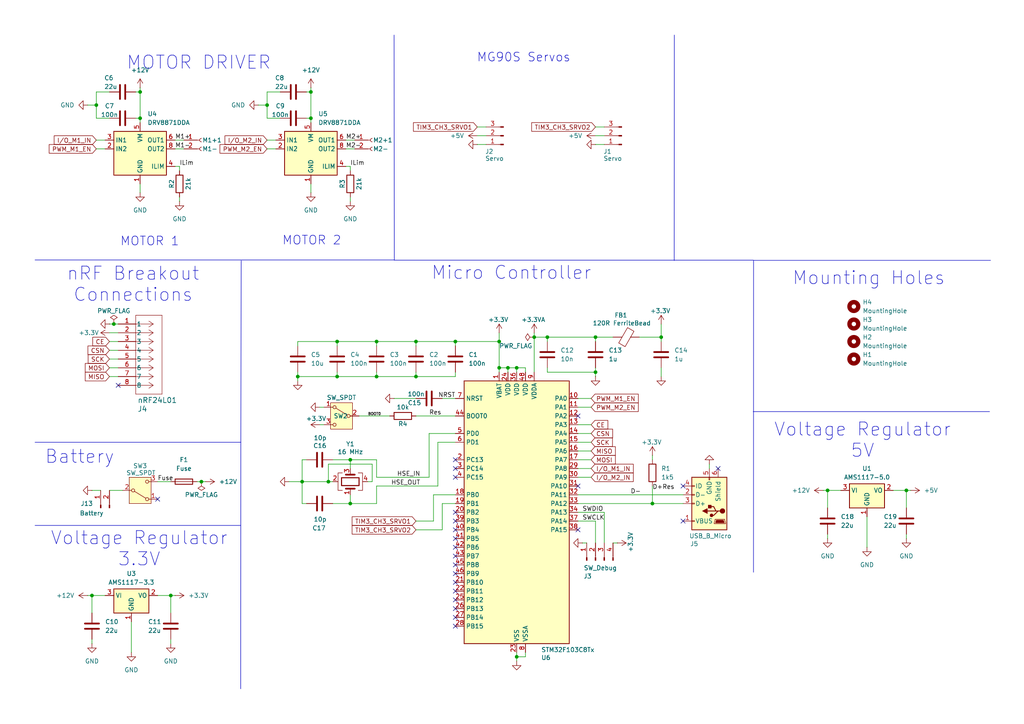
<source format=kicad_sch>
(kicad_sch (version 20250114) (generator "eeschema") (generator_version "9.0")
  (paper "A4")
  (lib_symbols
    (symbol "+12V_1" (power) (pin_numbers (hide yes)) (pin_names (offset 0) (hide yes))
      (property "Value" "+12V" (at 0 3.556 0))
      (symbol "+12V_1_1_1"
        (pin power_in line (at 0 0 90) (length 0) (name "~") (number "1"))
      )
    )
    (symbol "B8B-PHDSS:B8B-PHDSSLFSN" (pin_names (offset 0.254))
      (property "Reference" "J" (at 8.89 6.35 0))
      (property "Value" "B8B-PHDSSLFSN" (at 0 0 0))
      (symbol "B8B-PHDSSLFSN_1_1"
        (pin unspecified line (at 0 0 0) (length 5.08) (name "1") (number "1"))
        (pin unspecified line (at 0 -2.54 0) (length 5.08) (name "2") (number "2"))
        (pin unspecified line (at 0 -5.08 0) (length 5.08) (name "3") (number "3"))
        (pin unspecified line (at 0 -7.62 0) (length 5.08) (name "4") (number "4"))
        (pin unspecified line (at 0 -10.16 0) (length 5.08) (name "5") (number "5"))
        (pin unspecified line (at 0 -12.7 0) (length 5.08) (name "6") (number "6"))
        (pin unspecified line (at 0 -15.24 0) (length 5.08) (name "7") (number "7"))
        (pin unspecified line (at 0 -17.78 0) (length 5.08) (name "8") (number "8"))
      )
      (symbol "B8B-PHDSSLFSN_1_2"
        (pin unspecified line (at 0 0 0) (length 5.08) (name "1") (number "1"))
        (pin unspecified line (at 0 -2.54 0) (length 5.08) (name "2") (number "2"))
        (pin unspecified line (at 0 -5.08 0) (length 5.08) (name "3") (number "3"))
        (pin unspecified line (at 0 -7.62 0) (length 5.08) (name "4") (number "4"))
        (pin unspecified line (at 0 -10.16 0) (length 5.08) (name "5") (number "5"))
        (pin unspecified line (at 0 -12.7 0) (length 5.08) (name "6") (number "6"))
        (pin unspecified line (at 0 -15.24 0) (length 5.08) (name "7") (number "7"))
        (pin unspecified line (at 0 -17.78 0) (length 5.08) (name "8") (number "8"))
      )
    )
    (symbol "Connector:Conn_01x02_Pin" (pin_names (offset 1.016) (hide yes))
      (property "Reference" "J" (at 0 2.54 0))
      (property "Value" "Conn_01x02_Pin" (at 0 -5.08 0))
      (symbol "Conn_01x02_Pin_1_1"
        (pin passive line (at 5.08 0 180) (length 3.81) (name "Pin_1") (number "1"))
        (pin passive line (at 5.08 -2.54 180) (length 3.81) (name "Pin_2") (number "2"))
      )
    )
    (symbol "Connector:Conn_01x02_Socket" (pin_names (offset 1.016) (hide yes))
      (property "Reference" "J" (at 0 2.54 0))
      (property "Value" "Conn_01x02_Socket" (at 0 -5.08 0))
      (symbol "Conn_01x02_Socket_1_1"
        (pin passive line (at -5.08 0 0) (length 3.81) (name "Pin_1") (number "1"))
        (pin passive line (at -5.08 -2.54 0) (length 3.81) (name "Pin_2") (number "2"))
      )
    )
    (symbol "Connector:Conn_01x03_Pin" (pin_names (offset 1.016) (hide yes))
      (property "Reference" "J" (at 0 5.08 0))
      (property "Value" "Conn_01x03_Pin" (at 0 -5.08 0))
      (symbol "Conn_01x03_Pin_1_1"
        (pin passive line (at 5.08 2.54 180) (length 3.81) (name "Pin_1") (number "1"))
        (pin passive line (at 5.08 0 180) (length 3.81) (name "Pin_2") (number "2"))
        (pin passive line (at 5.08 -2.54 180) (length 3.81) (name "Pin_3") (number "3"))
      )
    )
    (symbol "Connector:Conn_01x04_Pin" (pin_names (offset 1.016) (hide yes))
      (property "Reference" "J" (at 0 5.08 0))
      (property "Value" "Conn_01x04_Pin" (at 0 -7.62 0))
      (symbol "Conn_01x04_Pin_1_1"
        (pin passive line (at 5.08 2.54 180) (length 3.81) (name "Pin_1") (number "1"))
        (pin passive line (at 5.08 0 180) (length 3.81) (name "Pin_2") (number "2"))
        (pin passive line (at 5.08 -2.54 180) (length 3.81) (name "Pin_3") (number "3"))
        (pin passive line (at 5.08 -5.08 180) (length 3.81) (name "Pin_4") (number "4"))
      )
    )
    (symbol "Connector:USB_B_Micro" (pin_names (offset 1.016))
      (property "Reference" "J" (at -5.08 11.43 0))
      (property "Value" "USB_B_Micro" (at -5.08 8.89 0))
      (symbol "USB_B_Micro_1_1"
        (pin passive line (at -2.54 -10.16 90) (length 2.54) (name "Shield") (number "6"))
        (pin power_out line (at 0 -10.16 90) (length 2.54) (name "GND") (number "5"))
        (pin power_out line (at 7.62 5.08 180) (length 2.54) (name "VBUS") (number "1"))
        (pin bidirectional line (at 7.62 0 180) (length 2.54) (name "D+") (number "3"))
        (pin bidirectional line (at 7.62 -2.54 180) (length 2.54) (name "D-") (number "2"))
        (pin passive line (at 7.62 -5.08 180) (length 2.54) (name "ID") (number "4"))
      )
    )
    (symbol "Device:C" (pin_numbers (hide yes)) (pin_names (offset 0.254))
      (property "Reference" "C" (at 0.635 2.54 0))
      (property "Value" "C" (at 0.635 -2.54 0))
      (symbol "C_1_1"
        (pin passive line (at 0 3.81 270) (length 2.794) (name "~") (number "1"))
        (pin passive line (at 0 -3.81 90) (length 2.794) (name "~") (number "2"))
      )
    )
    (symbol "Device:Crystal_GND24" (pin_names (offset 1.016) (hide yes))
      (property "Reference" "Y" (at 3.175 5.08 0))
      (property "Value" "Crystal_GND24" (at 3.175 3.175 0))
      (symbol "Crystal_GND24_1_1"
        (pin passive line (at -3.81 0 0) (length 1.27) (name "1") (number "1"))
        (pin passive line (at 0 5.08 270) (length 1.27) (name "2") (number "2"))
        (pin passive line (at 0 -5.08 90) (length 1.27) (name "4") (number "4"))
        (pin passive line (at 3.81 0 180) (length 1.27) (name "3") (number "3"))
      )
    )
    (symbol "Device:FerriteBead" (pin_numbers (hide yes)) (pin_names (offset 0))
      (property "Reference" "FB" (at -3.81 0.635 90))
      (property "Value" "FerriteBead" (at 3.81 0 90))
      (symbol "FerriteBead_1_1"
        (pin passive line (at 0 3.81 270) (length 2.54) (name "~") (number "1"))
        (pin passive line (at 0 -3.81 90) (length 2.54) (name "~") (number "2"))
      )
    )
    (symbol "Device:Fuse" (pin_numbers (hide yes)) (pin_names (offset 0))
      (property "Reference" "F" (at 2.032 0 90))
      (property "Value" "Fuse" (at -1.905 0 90))
      (symbol "Fuse_1_1"
        (pin passive line (at 0 3.81 270) (length 1.27) (name "~") (number "1"))
        (pin passive line (at 0 -3.81 90) (length 1.27) (name "~") (number "2"))
      )
    )
    (symbol "Device:R" (pin_numbers (hide yes)) (pin_names (offset 0))
      (property "Reference" "R" (at 2.032 0 90))
      (property "Value" "R" (at 0 0 90))
      (symbol "R_1_1"
        (pin passive line (at 0 3.81 270) (length 1.27) (name "~") (number "1"))
        (pin passive line (at 0 -3.81 90) (length 1.27) (name "~") (number "2"))
      )
    )
    (symbol "Driver_Motor:DRV8871DDA"
      (property "Reference" "U" (at -6.35 6.35 0))
      (property "Value" "DRV8871DDA" (at 8.89 6.35 0))
      (symbol "DRV8871DDA_1_1"
        (pin input line (at -10.16 2.54 0) (length 2.54) (name "IN1") (number "3"))
        (pin input line (at -10.16 0 0) (length 2.54) (name "IN2") (number "2"))
        (pin power_in line (at 0 7.62 270) (length 2.54) (name "VM") (number "5"))
        (pin power_in line (at 0 -10.16 90) (length 2.54) (name "GND") (number "1"))
        (pin passive line (at 0 -10.16 90) (length 2.54) (hide yes) (name "GND") (number "7"))
        (pin passive line (at 0 -10.16 90) (length 2.54) (hide yes) (name "GND") (number "9"))
        (pin output line (at 10.16 2.54 180) (length 2.54) (name "OUT1") (number "6"))
        (pin output line (at 10.16 0 180) (length 2.54) (name "OUT2") (number "8"))
        (pin passive line (at 10.16 -5.08 180) (length 2.54) (name "ILIM") (number "4"))
      )
    )
    (symbol "MCU_ST_STM32F1:STM32F103C8Tx"
      (property "Reference" "U" (at -15.24 39.37 0))
      (property "Value" "STM32F103C8Tx" (at 7.62 39.37 0))
      (symbol "STM32F103C8Tx_1_1"
        (pin input line (at -17.78 33.02 0) (length 2.54) (name "NRST") (number "7"))
        (pin input line (at -17.78 27.94 0) (length 2.54) (name "BOOT0") (number "44"))
        (pin bidirectional line (at -17.78 22.86 0) (length 2.54) (name "PD0") (number "5"))
        (pin bidirectional line (at -17.78 20.32 0) (length 2.54) (name "PD1") (number "6"))
        (pin bidirectional line (at -17.78 15.24 0) (length 2.54) (name "PC13") (number "2"))
        (pin bidirectional line (at -17.78 12.7 0) (length 2.54) (name "PC14") (number "3"))
        (pin bidirectional line (at -17.78 10.16 0) (length 2.54) (name "PC15") (number "4"))
        (pin bidirectional line (at -17.78 5.08 0) (length 2.54) (name "PB0") (number "18"))
        (pin bidirectional line (at -17.78 2.54 0) (length 2.54) (name "PB1") (number "19"))
        (pin bidirectional line (at -17.78 0 0) (length 2.54) (name "PB2") (number "20"))
        (pin bidirectional line (at -17.78 -2.54 0) (length 2.54) (name "PB3") (number "39"))
        (pin bidirectional line (at -17.78 -5.08 0) (length 2.54) (name "PB4") (number "40"))
        (pin bidirectional line (at -17.78 -7.62 0) (length 2.54) (name "PB5") (number "41"))
        (pin bidirectional line (at -17.78 -10.16 0) (length 2.54) (name "PB6") (number "42"))
        (pin bidirectional line (at -17.78 -12.7 0) (length 2.54) (name "PB7") (number "43"))
        (pin bidirectional line (at -17.78 -15.24 0) (length 2.54) (name "PB8") (number "45"))
        (pin bidirectional line (at -17.78 -17.78 0) (length 2.54) (name "PB9") (number "46"))
        (pin bidirectional line (at -17.78 -20.32 0) (length 2.54) (name "PB10") (number "21"))
        (pin bidirectional line (at -17.78 -22.86 0) (length 2.54) (name "PB11") (number "22"))
        (pin bidirectional line (at -17.78 -25.4 0) (length 2.54) (name "PB12") (number "25"))
        (pin bidirectional line (at -17.78 -27.94 0) (length 2.54) (name "PB13") (number "26"))
        (pin bidirectional line (at -17.78 -30.48 0) (length 2.54) (name "PB14") (number "27"))
        (pin bidirectional line (at -17.78 -33.02 0) (length 2.54) (name "PB15") (number "28"))
        (pin power_in line (at -5.08 40.64 270) (length 2.54) (name "VBAT") (number "1"))
        (pin power_in line (at -2.54 40.64 270) (length 2.54) (name "VDD") (number "24"))
        (pin power_in line (at 0 40.64 270) (length 2.54) (name "VDD") (number "36"))
        (pin power_in line (at 0 -40.64 90) (length 2.54) (name "VSS") (number "23"))
        (pin passive line (at 0 -40.64 90) (length 2.54) (hide yes) (name "VSS") (number "35"))
        (pin passive line (at 0 -40.64 90) (length 2.54) (hide yes) (name "VSS") (number "47"))
        (pin power_in line (at 2.54 40.64 270) (length 2.54) (name "VDD") (number "48"))
        (pin power_in line (at 2.54 -40.64 90) (length 2.54) (name "VSSA") (number "8"))
        (pin power_in line (at 5.08 40.64 270) (length 2.54) (name "VDDA") (number "9"))
        (pin bidirectional line (at 17.78 33.02 180) (length 2.54) (name "PA0") (number "10"))
        (pin bidirectional line (at 17.78 30.48 180) (length 2.54) (name "PA1") (number "11"))
        (pin bidirectional line (at 17.78 27.94 180) (length 2.54) (name "PA2") (number "12"))
        (pin bidirectional line (at 17.78 25.4 180) (length 2.54) (name "PA3") (number "13"))
        (pin bidirectional line (at 17.78 22.86 180) (length 2.54) (name "PA4") (number "14"))
        (pin bidirectional line (at 17.78 20.32 180) (length 2.54) (name "PA5") (number "15"))
        (pin bidirectional line (at 17.78 17.78 180) (length 2.54) (name "PA6") (number "16"))
        (pin bidirectional line (at 17.78 15.24 180) (length 2.54) (name "PA7") (number "17"))
        (pin bidirectional line (at 17.78 12.7 180) (length 2.54) (name "PA8") (number "29"))
        (pin bidirectional line (at 17.78 10.16 180) (length 2.54) (name "PA9") (number "30"))
        (pin bidirectional line (at 17.78 7.62 180) (length 2.54) (name "PA10") (number "31"))
        (pin bidirectional line (at 17.78 5.08 180) (length 2.54) (name "PA11") (number "32"))
        (pin bidirectional line (at 17.78 2.54 180) (length 2.54) (name "PA12") (number "33"))
        (pin bidirectional line (at 17.78 0 180) (length 2.54) (name "PA13") (number "34"))
        (pin bidirectional line (at 17.78 -2.54 180) (length 2.54) (name "PA14") (number "37"))
        (pin bidirectional line (at 17.78 -5.08 180) (length 2.54) (name "PA15") (number "38"))
      )
    )
    (symbol "Mechanical:MountingHole" (pin_names (offset 1.016)) (in_bom no)
      (property "Reference" "H" (at 0 5.08 0))
      (property "Value" "MountingHole" (at 0 3.175 0))
    )
    (symbol "Regulator_Linear:AMS1117-3.3"
      (property "Reference" "U" (at -3.81 3.175 0))
      (property "Value" "AMS1117-3.3" (at 0 3.175 0))
      (symbol "AMS1117-3.3_1_1"
        (pin power_in line (at -7.62 0 0) (length 2.54) (name "VI") (number "3"))
        (pin power_in line (at 0 -7.62 90) (length 2.54) (name "GND") (number "1"))
        (pin power_out line (at 7.62 0 180) (length 2.54) (name "VO") (number "2"))
      )
    )
    (symbol "Regulator_Linear:AMS1117-5.0"
      (property "Reference" "U" (at -3.81 3.175 0))
      (property "Value" "AMS1117-5.0" (at 0 3.175 0))
      (symbol "AMS1117-5.0_1_1"
        (pin power_in line (at -7.62 0 0) (length 2.54) (name "VI") (number "3"))
        (pin power_in line (at 0 -7.62 90) (length 2.54) (name "GND") (number "1"))
        (pin power_out line (at 7.62 0 180) (length 2.54) (name "VO") (number "2"))
      )
    )
    (symbol "Switch:SW_SPDT" (pin_names (offset 0) (hide yes))
      (property "Reference" "SW" (at 0 5.08 0))
      (property "Value" "SW_SPDT" (at 0 -5.08 0))
      (symbol "SW_SPDT_1_1"
        (pin passive line (at -5.08 0 0) (length 2.54) (name "B") (number "2"))
        (pin passive line (at 5.08 2.54 180) (length 2.54) (name "A") (number "1"))
        (pin passive line (at 5.08 -2.54 180) (length 2.54) (name "C") (number "3"))
      )
    )
    (symbol "power:+3.3V" (power) (pin_numbers (hide yes)) (pin_names (offset 0) (hide yes))
      (property "Value" "+3.3V" (at 0 3.556 0))
      (symbol "+3.3V_1_1"
        (pin power_in line (at 0 0 90) (length 0) (name "~") (number "1"))
      )
    )
    (symbol "power:+3V3" (power) (pin_numbers (hide yes)) (pin_names (offset 0) (hide yes))
      (property "Value" "+3V3" (at 0 3.556 0))
      (symbol "+3V3_1_1"
        (pin power_in line (at 0 0 90) (length 0) (name "~") (number "1"))
      )
    )
    (symbol "power:GND" (power) (pin_numbers (hide yes)) (pin_names (offset 0) (hide yes))
      (property "Value" "GND" (at 0 -3.81 0))
      (symbol "GND_1_1"
        (pin power_in line (at 0 0 270) (length 0) (name "~") (number "1"))
      )
    )
    (symbol "power:PWR_FLAG" (power) (pin_numbers (hide yes)) (pin_names (offset 0) (hide yes))
      (property "Value" "PWR_FLAG" (at 0 3.81 0))
      (symbol "PWR_FLAG_0_0"
        (pin power_out line (at 0 0 90) (length 0) (name "~") (number "1"))
      )
    )
  )
  (text "Voltage Regulator\n3.3V" (at 40.386 159.258 0) (effects (font (size 3.81 3.81))))
  (text "Micro Controller" (at 148.336 79.248 0) (effects (font (size 3.81 3.81))))
  (text "MG90S Servos" (at 151.892 16.764 0) (effects (font (size 2.54 2.54))))
  (text "Voltage Regulator\n5V" (at 250.19 127.762 0) (effects (font (size 3.81 3.81))))
  (text "MOTOR DRIVER" (at 57.658 18.288 0) (effects (font (size 3.81 3.81))))
  (text "nRF Breakout\nConnections" (at 38.608 82.55 0) (effects (font (size 3.81 3.81))))
  (text "MOTOR 2" (at 90.424 69.85 0) (effects (font (size 2.54 2.54))))
  (text "MOTOR 1" (at 43.434 70.104 0) (effects (font (size 2.54 2.54))))
  (text "Mounting Holes" (at 251.968 80.772 0) (effects (font (size 3.81 3.81))))
  (text "Battery" (at 23.114 132.588 0) (effects (font (size 3.81 3.81))))
  (junction (at 87.63 139.7))
  (junction (at 97.79 109.22))
  (junction (at 189.23 146.05))
  (junction (at 240.03 142.24))
  (junction (at 27.94 30.48))
  (junction (at 109.22 109.22))
  (junction (at 33.02 93.98))
  (junction (at 97.79 99.06))
  (junction (at 58.42 139.7))
  (junction (at 172.72 107.95))
  (junction (at 144.78 99.06))
  (junction (at 101.6 146.05))
  (junction (at 158.75 97.79))
  (junction (at 172.72 97.79))
  (junction (at 262.89 142.24))
  (junction (at 147.32 106.68))
  (junction (at 144.78 106.68))
  (junction (at 132.08 99.06))
  (junction (at 191.77 97.79))
  (junction (at 149.86 106.68))
  (junction (at 40.64 26.67))
  (junction (at 40.64 34.29))
  (junction (at 109.22 99.06))
  (junction (at 90.17 34.29))
  (junction (at 120.65 109.22))
  (junction (at 77.47 30.48))
  (junction (at 95.25 139.7))
  (junction (at 149.86 190.5))
  (junction (at 26.67 172.72))
  (junction (at 120.65 99.06))
  (junction (at 90.17 26.67))
  (junction (at 49.53 172.72))
  (junction (at 154.94 97.79))
  (junction (at 101.6 133.35))
  (junction (at 86.36 109.22))
  (no_connect (at 132.08 138.43))
  (no_connect (at 132.08 166.37))
  (no_connect (at 132.08 161.29))
  (no_connect (at 34.29 111.76))
  (no_connect (at 132.08 153.67))
  (no_connect (at 132.08 148.59))
  (no_connect (at 132.08 158.75))
  (no_connect (at 132.08 176.53))
  (no_connect (at 132.08 163.83))
  (no_connect (at 45.72 144.78))
  (no_connect (at 167.64 153.67))
  (no_connect (at 132.08 156.21))
  (no_connect (at 132.08 168.91))
  (no_connect (at 132.08 173.99))
  (no_connect (at 198.12 140.97))
  (no_connect (at 132.08 133.35))
  (no_connect (at 167.64 140.97))
  (no_connect (at 167.64 120.65))
  (no_connect (at 208.28 135.89))
  (no_connect (at 198.12 151.13))
  (no_connect (at 132.08 151.13))
  (no_connect (at 132.08 179.07))
  (no_connect (at 132.08 181.61))
  (no_connect (at 132.08 171.45))
  (no_connect (at 132.08 135.89))
  (wire (pts (xy 189.23 146.05) (xy 198.12 146.05)))
  (wire (pts (xy 31.75 104.14) (xy 34.29 104.14)))
  (wire (pts (xy 97.79 107.95) (xy 97.79 109.22)))
  (wire (pts (xy 149.86 190.5) (xy 149.86 191.77)))
  (wire (pts (xy 97.79 99.06) (xy 109.22 99.06)))
  (wire (pts (xy 144.78 106.68) (xy 147.32 106.68)))
  (wire (pts (xy 124.46 125.73) (xy 124.46 138.43)))
  (wire (pts (xy 101.6 133.35) (xy 101.6 135.89)))
  (wire (pts (xy 52.07 57.15) (xy 52.07 58.42)))
  (wire (pts (xy 149.86 106.68) (xy 149.86 107.95)))
  (wire (pts (xy 90.17 34.29) (xy 90.17 35.56)))
  (wire (pts (xy 144.78 106.68) (xy 144.78 107.95)))
  (wire (pts (xy 25.4 30.48) (xy 27.94 30.48)))
  (wire (pts (xy 40.64 34.29) (xy 40.64 35.56)))
  (wire (pts (xy 107.95 134.62) (xy 95.25 134.62)))
  (wire (pts (xy 128.27 146.05) (xy 132.08 146.05)))
  (wire (pts (xy 167.64 135.89) (xy 171.45 135.89)))
  (wire (pts (xy 25.4 172.72) (xy 26.67 172.72)))
  (wire (pts (xy 177.8 157.48) (xy 179.07 157.48)))
  (wire (pts (xy 58.42 139.7) (xy 57.15 139.7)))
  (wire (pts (xy 26.67 172.72) (xy 26.67 177.8)))
  (wire (pts (xy 152.4 190.5) (xy 149.86 190.5)))
  (wire (pts (xy 120.65 99.06) (xy 132.08 99.06)))
  (wire (pts (xy 95.25 134.62) (xy 95.25 139.7)))
  (wire (pts (xy 77.47 34.29) (xy 81.28 34.29)))
  (wire (pts (xy 87.63 139.7) (xy 95.25 139.7)))
  (wire (pts (xy 83.82 139.7) (xy 87.63 139.7)))
  (wire (pts (xy 167.64 151.13) (xy 172.72 151.13)))
  (wire (pts (xy 31.75 109.22) (xy 34.29 109.22)))
  (wire (pts (xy 147.32 106.68) (xy 149.86 106.68)))
  (wire (pts (xy 167.64 128.27) (xy 171.45 128.27)))
  (wire (pts (xy 127 128.27) (xy 132.08 128.27)))
  (wire (pts (xy 132.08 107.95) (xy 132.08 109.22)))
  (wire (pts (xy 114.3 115.57) (xy 120.65 115.57)))
  (wire (pts (xy 172.72 39.37) (xy 175.26 39.37)))
  (wire (pts (xy 77.47 40.64) (xy 80.01 40.64)))
  (wire (pts (xy 107.95 139.7) (xy 106.68 139.7)))
  (wire (pts (xy 167.64 133.35) (xy 171.45 133.35)))
  (wire (pts (xy 31.75 101.6) (xy 34.29 101.6)))
  (wire (pts (xy 154.94 96.52) (xy 154.94 97.79)))
  (wire (pts (xy 132.08 109.22) (xy 120.65 109.22)))
  (wire (pts (xy 152.4 189.23) (xy 152.4 190.5)))
  (wire (pts (xy 264.16 142.24) (xy 262.89 142.24)))
  (wire (pts (xy 26.67 142.24) (xy 29.21 142.24)))
  (wire (pts (xy 100.33 48.26) (xy 101.6 48.26)))
  (wire (pts (xy 259.08 142.24) (xy 262.89 142.24)))
  (wire (pts (xy 77.47 26.67) (xy 81.28 26.67)))
  (wire (pts (xy 90.17 53.34) (xy 90.17 55.88)))
  (wire (pts (xy 144.78 99.06) (xy 144.78 106.68)))
  (polyline (pts (xy 10.16 128.27) (xy 69.85 128.27)))
  (wire (pts (xy 77.47 30.48) (xy 77.47 34.29)))
  (wire (pts (xy 87.63 146.05) (xy 88.9 146.05)))
  (wire (pts (xy 86.36 109.22) (xy 86.36 110.49)))
  (wire (pts (xy 144.78 96.52) (xy 144.78 99.06)))
  (wire (pts (xy 167.64 130.81) (xy 171.45 130.81)))
  (polyline (pts (xy 218.44 119.38) (xy 287.02 119.38)))
  (wire (pts (xy 109.22 133.35) (xy 101.6 133.35)))
  (wire (pts (xy 262.89 142.24) (xy 262.89 147.32)))
  (wire (pts (xy 113.03 120.65) (xy 104.14 120.65)))
  (wire (pts (xy 189.23 132.08) (xy 189.23 133.35)))
  (wire (pts (xy 238.76 142.24) (xy 240.03 142.24)))
  (wire (pts (xy 40.64 25.4) (xy 40.64 26.67)))
  (wire (pts (xy 53.34 43.18) (xy 50.8 43.18)))
  (wire (pts (xy 77.47 43.18) (xy 80.01 43.18)))
  (wire (pts (xy 191.77 97.79) (xy 191.77 99.06)))
  (polyline (pts (xy 195.546 75.5741) (xy 195.58 10.16)))
  (wire (pts (xy 59.69 139.7) (xy 58.42 139.7)))
  (wire (pts (xy 27.94 26.67) (xy 31.75 26.67)))
  (wire (pts (xy 205.74 134.62) (xy 205.74 135.89)))
  (wire (pts (xy 152.4 106.68) (xy 152.4 107.95)))
  (wire (pts (xy 107.95 139.7) (xy 107.95 134.62)))
  (wire (pts (xy 147.32 106.68) (xy 147.32 107.95)))
  (wire (pts (xy 149.86 189.23) (xy 149.86 190.5)))
  (wire (pts (xy 240.03 142.24) (xy 240.03 147.32)))
  (wire (pts (xy 40.64 53.34) (xy 40.64 55.88)))
  (wire (pts (xy 33.02 93.98) (xy 34.29 93.98)))
  (wire (pts (xy 167.64 118.11) (xy 171.45 118.11)))
  (wire (pts (xy 167.64 123.19) (xy 171.45 123.19)))
  (wire (pts (xy 86.36 99.06) (xy 97.79 99.06)))
  (polyline (pts (xy 218.7261 75.5117) (xy 287.3061 75.5117)))
  (wire (pts (xy 95.25 139.7) (xy 96.52 139.7)))
  (wire (pts (xy 158.75 106.68) (xy 158.75 107.95)))
  (wire (pts (xy 88.9 34.29) (xy 90.17 34.29)))
  (wire (pts (xy 31.75 99.06) (xy 34.29 99.06)))
  (wire (pts (xy 125.73 143.51) (xy 125.73 151.13)))
  (wire (pts (xy 120.65 107.95) (xy 120.65 109.22)))
  (wire (pts (xy 167.64 143.51) (xy 198.12 143.51)))
  (wire (pts (xy 172.72 97.79) (xy 177.8 97.79)))
  (wire (pts (xy 97.79 109.22) (xy 86.36 109.22)))
  (polyline (pts (xy 69.85 128.27) (xy 69.9545 75.5996)))
  (wire (pts (xy 132.08 120.65) (xy 120.65 120.65)))
  (wire (pts (xy 189.23 140.97) (xy 189.23 146.05)))
  (wire (pts (xy 39.37 26.67) (xy 40.64 26.67)))
  (polyline (pts (xy 218.5435 165.9764) (xy 218.5651 75.4895)))
  (wire (pts (xy 87.63 133.35) (xy 88.9 133.35)))
  (wire (pts (xy 101.6 57.15) (xy 101.6 58.42)))
  (wire (pts (xy 172.72 99.06) (xy 172.72 97.79)))
  (wire (pts (xy 120.65 99.06) (xy 120.65 100.33)))
  (wire (pts (xy 96.52 133.35) (xy 101.6 133.35)))
  (wire (pts (xy 109.22 146.05) (xy 109.22 140.97)))
  (wire (pts (xy 102.87 43.18) (xy 100.33 43.18)))
  (polyline (pts (xy 10.16 75.4031) (xy 114.3626 75.4031)))
  (wire (pts (xy 167.64 125.73) (xy 171.45 125.73)))
  (wire (pts (xy 167.64 148.59) (xy 175.26 148.59)))
  (wire (pts (xy 86.36 107.95) (xy 86.36 109.22)))
  (wire (pts (xy 191.77 93.98) (xy 191.77 97.79)))
  (wire (pts (xy 120.65 153.67) (xy 128.27 153.67)))
  (wire (pts (xy 27.94 43.18) (xy 30.48 43.18)))
  (wire (pts (xy 109.22 138.43) (xy 124.46 138.43)))
  (wire (pts (xy 132.08 99.06) (xy 132.08 100.33)))
  (wire (pts (xy 50.8 48.26) (xy 52.07 48.26)))
  (wire (pts (xy 158.75 97.79) (xy 154.94 97.79)))
  (wire (pts (xy 27.94 26.67) (xy 27.94 30.48)))
  (wire (pts (xy 251.46 149.86) (xy 251.46 158.75)))
  (wire (pts (xy 40.64 26.67) (xy 40.64 34.29)))
  (polyline (pts (xy 114.3538 75.4577) (xy 218.5564 75.4577)))
  (wire (pts (xy 125.73 151.13) (xy 120.65 151.13)))
  (wire (pts (xy 87.63 139.7) (xy 87.63 146.05)))
  (wire (pts (xy 45.72 172.72) (xy 49.53 172.72)))
  (polyline (pts (xy 114.3626 75.4031) (xy 114.3 10.16)))
  (wire (pts (xy 132.08 143.51) (xy 125.73 143.51)))
  (wire (pts (xy 74.93 30.48) (xy 77.47 30.48)))
  (wire (pts (xy 158.75 107.95) (xy 172.72 107.95)))
  (wire (pts (xy 26.67 186.69) (xy 26.67 185.42)))
  (wire (pts (xy 39.37 34.29) (xy 40.64 34.29)))
  (wire (pts (xy 26.67 172.72) (xy 30.48 172.72)))
  (wire (pts (xy 49.53 172.72) (xy 49.53 177.8)))
  (wire (pts (xy 128.27 115.57) (xy 132.08 115.57)))
  (wire (pts (xy 31.75 93.98) (xy 33.02 93.98)))
  (wire (pts (xy 262.89 156.21) (xy 262.89 154.94)))
  (wire (pts (xy 240.03 156.21) (xy 240.03 154.94)))
  (wire (pts (xy 96.52 146.05) (xy 101.6 146.05)))
  (wire (pts (xy 35.56 142.24) (xy 31.75 142.24)))
  (wire (pts (xy 77.47 26.67) (xy 77.47 30.48)))
  (wire (pts (xy 27.94 40.64) (xy 30.48 40.64)))
  (wire (pts (xy 102.87 40.64) (xy 100.33 40.64)))
  (wire (pts (xy 87.63 133.35) (xy 87.63 139.7)))
  (wire (pts (xy 132.08 99.06) (xy 144.78 99.06)))
  (wire (pts (xy 101.6 48.26) (xy 101.6 49.53)))
  (wire (pts (xy 88.9 26.67) (xy 90.17 26.67)))
  (wire (pts (xy 109.22 99.06) (xy 120.65 99.06)))
  (wire (pts (xy 86.36 100.33) (xy 86.36 99.06)))
  (wire (pts (xy 90.17 26.67) (xy 90.17 34.29)))
  (wire (pts (xy 31.75 106.68) (xy 34.29 106.68)))
  (wire (pts (xy 138.43 39.37) (xy 140.97 39.37)))
  (wire (pts (xy 109.22 99.06) (xy 109.22 100.33)))
  (wire (pts (xy 101.6 146.05) (xy 109.22 146.05)))
  (wire (pts (xy 49.53 139.7) (xy 45.72 139.7)))
  (wire (pts (xy 167.64 146.05) (xy 189.23 146.05)))
  (wire (pts (xy 170.18 157.48) (xy 168.91 157.48)))
  (wire (pts (xy 175.26 148.59) (xy 175.26 157.48)))
  (wire (pts (xy 191.77 106.68) (xy 191.77 109.22)))
  (wire (pts (xy 138.43 36.83) (xy 140.97 36.83)))
  (wire (pts (xy 158.75 97.79) (xy 158.75 99.06)))
  (wire (pts (xy 154.94 97.79) (xy 154.94 107.95)))
  (wire (pts (xy 172.72 151.13) (xy 172.72 157.48)))
  (wire (pts (xy 172.72 36.83) (xy 175.26 36.83)))
  (wire (pts (xy 52.07 48.26) (xy 52.07 49.53)))
  (wire (pts (xy 53.34 40.64) (xy 50.8 40.64)))
  (wire (pts (xy 167.64 138.43) (xy 171.45 138.43)))
  (wire (pts (xy 92.71 118.11) (xy 93.98 118.11)))
  (wire (pts (xy 27.94 30.48) (xy 27.94 34.29)))
  (wire (pts (xy 128.27 153.67) (xy 128.27 146.05)))
  (wire (pts (xy 90.17 25.4) (xy 90.17 26.67)))
  (wire (pts (xy 167.64 115.57) (xy 171.45 115.57)))
  (wire (pts (xy 172.72 97.79) (xy 158.75 97.79)))
  (wire (pts (xy 172.72 107.95) (xy 172.72 109.22)))
  (wire (pts (xy 172.72 107.95) (xy 172.72 106.68)))
  (wire (pts (xy 109.22 138.43) (xy 109.22 133.35)))
  (wire (pts (xy 132.08 125.73) (xy 124.46 125.73)))
  (wire (pts (xy 101.6 143.51) (xy 101.6 146.05)))
  (wire (pts (xy 240.03 142.24) (xy 243.84 142.24)))
  (wire (pts (xy 172.72 41.91) (xy 175.26 41.91)))
  (polyline (pts (xy 69.814 199.7826) (xy 69.85 128.27)))
  (wire (pts (xy 97.79 99.06) (xy 97.79 100.33)))
  (wire (pts (xy 127 140.97) (xy 127 128.27)))
  (wire (pts (xy 109.22 109.22) (xy 97.79 109.22)))
  (wire (pts (xy 185.42 97.79) (xy 191.77 97.79)))
  (wire (pts (xy 109.22 140.97) (xy 127 140.97)))
  (wire (pts (xy 49.53 186.69) (xy 49.53 185.42)))
  (wire (pts (xy 92.71 123.19) (xy 93.98 123.19)))
  (wire (pts (xy 120.65 109.22) (xy 109.22 109.22)))
  (wire (pts (xy 31.75 96.52) (xy 34.29 96.52)))
  (wire (pts (xy 109.22 107.95) (xy 109.22 109.22)))
  (wire (pts (xy 50.8 172.72) (xy 49.53 172.72)))
  (polyline (pts (xy 10.16 152.4) (xy 69.85 152.4)))
  (wire (pts (xy 149.86 106.68) (xy 152.4 106.68)))
  (wire (pts (xy 27.94 34.29) (xy 31.75 34.29)))
  (wire (pts (xy 138.43 41.91) (xy 140.97 41.91)))
  (wire (pts (xy 38.1 180.34) (xy 38.1 189.23)))
  (label "SWDIO" (at 168.91 148.59 0))
  (label "BOOT0" (at 106.68 120.65 0) (effects (font (size 0.762 0.762))))
  (label "Res" (at 124.46 120.65 0))
  (label "M1+" (at 50.8 40.64 0))
  (label "SWCLK" (at 168.91 151.13 0))
  (label "M2+" (at 100.33 40.64 0))
  (label "ILim" (at 101.6 48.26 0))
  (label "NRST" (at 132.08 115.57 180))
  (label "ILim" (at 52.07 48.26 0))
  (label "M2-" (at 100.33 43.18 0))
  (label "Fuse" (at 45.72 139.7 0))
  (label "M1-" (at 50.8 43.18 0))
  (label "HSE_OUT" (at 121.92 140.97 180))
  (label "HSE_IN" (at 121.92 138.43 180))
  (label "D-" (at 182.88 143.51 0))
  (label "D+Res" (at 189.23 142.24 0))
  (global_label "MOSI" (shape input) (at 171.45 133.35 0) (property "Intersheetrefs" "${INTERSHEET_REFS}" (effects (hide yes))))
  (global_label "SCK" (shape input) (at 31.75 104.14 180) (property "Intersheetrefs" "${INTERSHEET_REFS}" (effects (hide yes))))
  (global_label "PWM_M2_EN" (shape input) (at 77.47 43.18 180) (property "Intersheetrefs" "${INTERSHEET_REFS}" (effects (hide yes))))
  (global_label "I{slash}O_M2_IN" (shape input) (at 171.45 138.43 0) (property "Intersheetrefs" "${INTERSHEET_REFS}" (effects (hide yes))))
  (global_label "TIM3_CH3_SRVO2" (shape input) (at 120.65 153.67 180) (property "Intersheetrefs" "${INTERSHEET_REFS}" (effects (hide yes))))
  (global_label "I{slash}O_M1_IN" (shape input) (at 171.45 135.89 0) (property "Intersheetrefs" "${INTERSHEET_REFS}" (effects (hide yes))))
  (global_label "I{slash}O_M1_IN" (shape input) (at 27.94 40.64 180) (property "Intersheetrefs" "${INTERSHEET_REFS}" (effects (hide yes))))
  (global_label "TIM3_CH3_SRVO1" (shape input) (at 120.65 151.13 180) (property "Intersheetrefs" "${INTERSHEET_REFS}" (effects (hide yes))))
  (global_label "PWM_M1_EN" (shape input) (at 27.94 43.18 180) (property "Intersheetrefs" "${INTERSHEET_REFS}" (effects (hide yes))))
  (global_label "MOSI" (shape input) (at 31.75 106.68 180) (property "Intersheetrefs" "${INTERSHEET_REFS}" (effects (hide yes))))
  (global_label "CSN" (shape input) (at 171.45 125.73 0) (property "Intersheetrefs" "${INTERSHEET_REFS}" (effects (hide yes))))
  (global_label "SCK" (shape input) (at 171.45 128.27 0) (property "Intersheetrefs" "${INTERSHEET_REFS}" (effects (hide yes))))
  (global_label "TIM3_CH3_SRVO2" (shape input) (at 172.72 36.83 180) (property "Intersheetrefs" "${INTERSHEET_REFS}" (effects (hide yes))))
  (global_label "CE" (shape input) (at 31.75 99.06 180) (property "Intersheetrefs" "${INTERSHEET_REFS}" (effects (hide yes))))
  (global_label "MISO" (shape input) (at 171.45 130.81 0) (property "Intersheetrefs" "${INTERSHEET_REFS}" (effects (hide yes))))
  (global_label "TIM3_CH3_SRVO1" (shape input) (at 138.43 36.83 180) (property "Intersheetrefs" "${INTERSHEET_REFS}" (effects (hide yes))))
  (global_label "MISO" (shape input) (at 31.75 109.22 180) (property "Intersheetrefs" "${INTERSHEET_REFS}" (effects (hide yes))))
  (global_label "CSN" (shape input) (at 31.75 101.6 180) (property "Intersheetrefs" "${INTERSHEET_REFS}" (effects (hide yes))))
  (global_label "CE" (shape input) (at 171.45 123.19 0) (property "Intersheetrefs" "${INTERSHEET_REFS}" (effects (hide yes))))
  (global_label "PWM_M2_EN" (shape input) (at 171.45 118.11 0) (property "Intersheetrefs" "${INTERSHEET_REFS}" (effects (hide yes))))
  (global_label "PWM_M1_EN" (shape input) (at 171.45 115.57 0) (property "Intersheetrefs" "${INTERSHEET_REFS}" (effects (hide yes))))
  (global_label "I{slash}O_M2_IN" (shape input) (at 77.47 40.64 180) (property "Intersheetrefs" "${INTERSHEET_REFS}" (effects (hide yes))))
  (symbol (lib_id "Device:C") (at 86.36 104.14 0) (unit 1)
    (property "Reference" "C5" (at 90.17 102.8699 0) (effects (justify left)))
    (property "Value" "10u" (at 90.17 105.4099 0) (effects (justify left)))
    (property "Footprint" "Capacitor_SMD:C_0603_1608Metric" (effects (hide yes)))
    (property "Description" "Unpolarized capacitor" (effects (hide yes)))
  )
  (symbol (lib_id "Device:Fuse") (at 53.34 139.7 90) (unit 1)
    (property "Reference" "F1" (at 53.34 133.35 90))
    (property "Value" "Fuse" (at 53.34 135.89 90))
    (property "Footprint" "Fuse:Fuse_0603_1608Metric" (effects (hide yes)))
    (property "Description" "Fuse" (effects (hide yes)))
  )
  (symbol (lib_id "power:+3.3V") (at 191.77 93.98 0) (unit 1)
    (property "Reference" "#PWR028" (effects (hide yes)))
    (property "Value" "+3.3V" (at 191.516 90.17 0))
    (property "Description" "Power symbol creates a global label with name \"+3.3V\"" (effects (hide yes)))
  )
  (symbol (lib_id "power:PWR_FLAG") (at 154.94 97.79 90) (unit 1)
    (property "Reference" "#FLG02" (effects (hide yes)))
    (property "Value" "PWR_FLAG" (at 154.432 100.33 90) (effects (justify left)))
    (property "Description" "Special symbol for telling ERC where power comes from" (effects (hide yes)))
  )
  (symbol (lib_id "Connector:Conn_01x02_Pin") (at 29.21 147.32 90) (unit 1)
    (property "Reference" "J13" (at 23.368 146.05 90) (effects (justify right)))
    (property "Value" "Battery" (at 23.114 148.844 90) (effects (justify right)))
    (property "Footprint" "Connector_AMASS:AMASS_XT30U-F_1x02_P5.0mm_Vertical" (effects (hide yes)))
    (property "Description" "Generic connector, single row, 01x02, script generated" (effects (hide yes)))
  )
  (symbol (lib_id "B8B-PHDSS:B8B-PHDSSLFSN") (at 34.29 93.98 0) (unit 1)
    (property "Reference" "J4" (at 39.878 118.618 0) (effects (font (size 1.524 1.524)) (justify left)))
    (property "Value" "nRF24L01" (at 39.878 116.078 0) (effects (font (size 1.524 1.524)) (justify left)))
    (property "Footprint" "JSTConnectors:CONN_B8B-PHDSS_JST" (effects (hide yes)))
    (property "Datasheet" "B8B-PHDSSLFSN" (effects (hide yes)))
  )
  (symbol (lib_id "power:GND") (at 168.91 157.48 270) (unit 1)
    (property "Reference" "#PWR035" (effects (hide yes)))
    (property "Value" "GND" (effects (hide yes)))
    (property "Description" "Power symbol creates a global label with name \"GND\" , ground" (effects (hide yes)))
  )
  (symbol (lib_id "power:GND") (at 149.86 191.77 0) (unit 1)
    (property "Reference" "#PWR013" (effects (hide yes)))
    (property "Value" "GND" (effects (hide yes)))
    (property "Description" "Power symbol creates a global label with name \"GND\" , ground" (effects (hide yes)))
  )
  (symbol (lib_id "power:+3.3V") (at 92.71 123.19 90) (unit 1)
    (property "Reference" "#PWR012" (effects (hide yes)))
    (property "Value" "+3.3V" (at 91.694 121.412 90))
    (property "Description" "Power symbol creates a global label with name \"+3.3V\"" (effects (hide yes)))
  )
  (symbol (lib_id "power:PWR_FLAG") (at 58.42 139.7 180) (unit 1)
    (property "Reference" "#FLG01" (effects (hide yes)))
    (property "Value" "PWR_FLAG" (at 58.42 143.51 0))
    (property "Description" "Special symbol for telling ERC where power comes from" (effects (hide yes)))
  )
  (symbol (lib_id "Device:C") (at 240.03 151.13 0) (unit 1)
    (property "Reference" "C18" (at 243.84 149.8599 0) (effects (justify left)))
    (property "Value" "22u" (at 243.84 152.3999 0) (effects (justify left)))
    (property "Footprint" "Capacitor_SMD:C_0603_1608Metric" (effects (hide yes)))
    (property "Description" "Unpolarized capacitor" (effects (hide yes)))
  )
  (symbol (lib_id "Device:R") (at 116.84 120.65 90) (mirror x) (unit 1)
    (property "Reference" "R4" (at 116.84 122.936 90))
    (property "Value" "10k" (at 116.84 118.11 90))
    (property "Footprint" "Resistor_SMD:R_0603_1608Metric" (effects (hide yes)))
    (property "Description" "Resistor" (effects (hide yes)))
  )
  (symbol (lib_id "power:GND") (at 114.3 115.57 270) (unit 1)
    (property "Reference" "#PWR014" (effects (hide yes)))
    (property "Value" "GND" (effects (hide yes)))
    (property "Description" "Power symbol creates a global label with name \"GND\" , ground" (effects (hide yes)))
  )
  (symbol (lib_id "Device:C") (at 92.71 133.35 90) (unit 1)
    (property "Reference" "C16" (at 94.742 129.286 90) (effects (justify left)))
    (property "Value" "10p" (at 94.742 127 90) (effects (justify left)))
    (property "Footprint" "Capacitor_SMD:C_0402_1005Metric" (effects (hide yes)))
    (property "Description" "Unpolarized capacitor" (effects (hide yes)))
  )
  (symbol (lib_id "power:GND") (at 205.74 134.62 180) (unit 1)
    (property "Reference" "#PWR039" (effects (hide yes)))
    (property "Value" "GND" (effects (hide yes)))
    (property "Description" "Power symbol creates a global label with name \"GND\" , ground" (effects (hide yes)))
  )
  (symbol (lib_name "+12V_1") (lib_id "power:+12V") (at 59.69 139.7 270) (unit 1)
    (property "Reference" "#PWR021" (effects (hide yes)))
    (property "Value" "+12V" (at 63.5 139.6999 90) (effects (justify left)))
    (property "Description" "Power symbol creates a global label with name \"+12V\"" (effects (hide yes)))
  )
  (symbol (lib_name "+12V_1") (lib_id "power:+12V") (at 40.64 25.4 0) (unit 1)
    (property "Reference" "#PWR05" (effects (hide yes)))
    (property "Value" "+12V" (at 40.64 20.32 0))
    (property "Description" "Power symbol creates a global label with name \"+12V\"" (effects (hide yes)))
  )
  (symbol (lib_id "power:GND") (at 40.64 55.88 0) (unit 1)
    (property "Reference" "#PWR04" (effects (hide yes)))
    (property "Value" "GND" (at 40.64 60.96 0))
    (property "Description" "Power symbol creates a global label with name \"GND\" , ground" (effects (hide yes)))
  )
  (symbol (lib_id "power:GND") (at 92.71 118.11 270) (unit 1)
    (property "Reference" "#PWR08" (effects (hide yes)))
    (property "Value" "GND" (effects (hide yes)))
    (property "Description" "Power symbol creates a global label with name \"GND\" , ground" (effects (hide yes)))
  )
  (symbol (lib_id "Mechanical:MountingHole") (at 247.65 93.98 0) (unit 1) (in_bom no)
    (property "Reference" "H3" (at 250.19 92.7099 0) (effects (justify left)))
    (property "Value" "MountingHole" (at 250.19 95.2499 0) (effects (justify left)))
    (property "Footprint" "MountingHole:MountingHole_3mm" (effects (hide yes)))
    (property "Description" "Mounting Hole without connection" (effects (hide yes)))
  )
  (symbol (lib_id "power:PWR_FLAG") (at 33.02 93.98 0) (unit 1)
    (property "Reference" "#FLG03" (effects (hide yes)))
    (property "Value" "PWR_FLAG" (at 33.02 90.17 0))
    (property "Description" "Special symbol for telling ERC where power comes from" (effects (hide yes)))
  )
  (symbol (lib_id "power:GND") (at 191.77 109.22 0) (unit 1)
    (property "Reference" "#PWR029" (effects (hide yes)))
    (property "Value" "GND" (effects (hide yes)))
    (property "Description" "Power symbol creates a global label with name \"GND\" , ground" (effects (hide yes)))
  )
  (symbol (lib_id "power:GND") (at 52.07 58.42 0) (unit 1)
    (property "Reference" "#PWR018" (effects (hide yes)))
    (property "Value" "GND" (at 52.07 63.5 0))
    (property "Description" "Power symbol creates a global label with name \"GND\" , ground" (effects (hide yes)))
  )
  (symbol (lib_id "power:GND") (at 90.17 55.88 0) (unit 1)
    (property "Reference" "#PWR07" (effects (hide yes)))
    (property "Value" "GND" (at 90.17 60.96 0))
    (property "Description" "Power symbol creates a global label with name \"GND\" , ground" (effects (hide yes)))
  )
  (symbol (lib_id "Device:R") (at 52.07 53.34 180) (unit 1)
    (property "Reference" "R2" (at 49.784 53.34 90))
    (property "Value" "21k" (at 54.61 53.34 90))
    (property "Footprint" "Resistor_SMD:R_0603_1608Metric" (effects (hide yes)))
    (property "Description" "Resistor" (effects (hide yes)))
  )
  (symbol (lib_id "Mechanical:MountingHole") (at 247.65 99.06 0) (unit 1) (in_bom no)
    (property "Reference" "H2" (at 250.19 97.7899 0) (effects (justify left)))
    (property "Value" "MountingHole" (at 250.19 100.3299 0) (effects (justify left)))
    (property "Footprint" "MountingHole:MountingHole_3mm" (effects (hide yes)))
    (property "Description" "Mounting Hole without connection" (effects (hide yes)))
  )
  (symbol (lib_name "+12V_1") (lib_id "power:+12V") (at 31.75 96.52 90) (unit 1)
    (property "Reference" "#PWR01" (effects (hide yes)))
    (property "Value" "+3.3V" (at 28.702 96.52 90) (effects (justify left)))
    (property "Description" "Power symbol creates a global label with name \"+12V\"" (effects (hide yes)))
  )
  (symbol (lib_id "power:+3V3") (at 50.8 172.72 270) (unit 1)
    (property "Reference" "#PWR017" (effects (hide yes)))
    (property "Value" "+3.3V" (at 54.61 172.7199 90) (effects (justify left)))
    (property "Description" "Power symbol creates a global label with name \"+3V3\"" (effects (hide yes)))
  )
  (symbol (lib_id "Connector:Conn_01x04_Pin") (at 172.72 162.56 90) (unit 1)
    (property "Reference" "J3" (at 170.434 167.132 90))
    (property "Value" "SW_Debug" (at 174.117 164.719 90))
    (property "Footprint" "Connector_JST:JST_XH_B4B-XH-A_1x04_P2.50mm_Vertical" (effects (hide yes)))
    (property "Description" "Generic connector, single row, 01x04, script generated" (effects (hide yes)))
  )
  (symbol (lib_id "power:GND") (at 38.1 189.23 0) (unit 1)
    (property "Reference" "#PWR015" (effects (hide yes)))
    (property "Value" "GND" (at 38.1 194.31 0))
    (property "Description" "Power symbol creates a global label with name \"GND\" , ground" (effects (hide yes)))
  )
  (symbol (lib_id "power:GND") (at 251.46 158.75 0) (unit 1)
    (property "Reference" "#PWR026" (effects (hide yes)))
    (property "Value" "GND" (at 251.46 163.83 0))
    (property "Description" "Power symbol creates a global label with name \"GND\" , ground" (effects (hide yes)))
  )
  (symbol (lib_id "MCU_ST_STM32F1:STM32F103C8Tx") (at 149.86 148.59 0) (unit 1)
    (property "Reference" "U6" (at 156.972 190.754 0) (effects (justify left)))
    (property "Value" "STM32F103C8Tx" (at 156.972 188.468 0) (effects (justify left)))
    (property "Footprint" "Package_QFP:LQFP-48_7x7mm_P0.5mm" (effects (hide yes)))
    (property "Datasheet" "https://www.st.com/resource/en/datasheet/stm32f103c8.pdf" (effects (hide yes)))
    (property "Description" "STMicroelectronics Arm Cortex-M3 MCU, 64KB flash, 20KB RAM, 72 MHz, 2.0-3.6V, 37 GPIO, LQFP48" (effects (hide yes)))
  )
  (symbol (lib_id "power:GND") (at 262.89 156.21 0) (unit 1)
    (property "Reference" "#PWR030" (effects (hide yes)))
    (property "Value" "GND" (at 262.89 161.29 0))
    (property "Description" "Power symbol creates a global label with name \"GND\" , ground" (effects (hide yes)))
  )
  (symbol (lib_id "power:+3.3V") (at 179.07 157.48 270) (unit 1)
    (property "Reference" "#PWR034" (effects (hide yes)))
    (property "Value" "+3.3V" (at 182.88 157.226 0))
    (property "Description" "Power symbol creates a global label with name \"+3.3V\"" (effects (hide yes)))
  )
  (symbol (lib_id "power:+3.3V") (at 154.94 96.52 0) (unit 1)
    (property "Reference" "#PWR09" (effects (hide yes)))
    (property "Value" "+3.3VA" (at 154.686 92.71 0))
    (property "Description" "Power symbol creates a global label with name \"+3.3V\"" (effects (hide yes)))
  )
  (symbol (lib_id "Mechanical:MountingHole") (at 247.65 88.9 0) (unit 1) (in_bom no)
    (property "Reference" "H4" (at 250.19 87.6299 0) (effects (justify left)))
    (property "Value" "MountingHole" (at 250.19 90.1699 0) (effects (justify left)))
    (property "Footprint" "MountingHole:MountingHole_3mm" (effects (hide yes)))
    (property "Description" "Mounting Hole without connection" (effects (hide yes)))
  )
  (symbol (lib_id "Device:C") (at 132.08 104.14 0) (unit 1)
    (property "Reference" "C1" (at 135.89 102.8699 0) (effects (justify left)))
    (property "Value" "100n" (at 135.89 105.4099 0) (effects (justify left)))
    (property "Footprint" "Capacitor_SMD:C_0402_1005Metric" (effects (hide yes)))
    (property "Description" "Unpolarized capacitor" (effects (hide yes)))
  )
  (symbol (lib_id "Device:C") (at 109.22 104.14 0) (unit 1)
    (property "Reference" "C3" (at 113.03 102.8699 0) (effects (justify left)))
    (property "Value" "100n" (at 113.03 105.4099 0) (effects (justify left)))
    (property "Footprint" "Capacitor_SMD:C_0402_1005Metric" (effects (hide yes)))
    (property "Description" "Unpolarized capacitor" (effects (hide yes)))
  )
  (symbol (lib_id "Device:C") (at 172.72 102.87 0) (unit 1)
    (property "Reference" "C13" (at 176.53 101.5999 0) (effects (justify left)))
    (property "Value" "1u" (at 176.53 104.1399 0) (effects (justify left)))
    (property "Footprint" "Capacitor_SMD:C_0603_1608Metric" (effects (hide yes)))
    (property "Description" "Unpolarized capacitor" (effects (hide yes)))
  )
  (symbol (lib_id "Device:FerriteBead") (at 181.61 97.79 270) (unit 1)
    (property "Reference" "FB1" (at 180.086 91.44 90))
    (property "Value" "120R FerriteBead" (at 180.34 93.726 90))
    (property "Footprint" "Zesti:BEADC1608X95N" (effects (hide yes)))
    (property "Description" "Ferrite bead" (effects (hide yes)))
  )
  (symbol (lib_id "Device:R") (at 101.6 53.34 180) (unit 1)
    (property "Reference" "R3" (at 99.314 53.34 90))
    (property "Value" "21k" (at 104.14 53.34 90))
    (property "Footprint" "Resistor_SMD:R_0603_1608Metric" (effects (hide yes)))
    (property "Description" "Resistor" (effects (hide yes)))
  )
  (symbol (lib_name "+12V_1") (lib_id "power:+12V") (at 25.4 172.72 90) (unit 1)
    (property "Reference" "#PWR022" (effects (hide yes)))
    (property "Value" "+12V" (at 21.59 172.7199 90) (effects (justify left)))
    (property "Description" "Power symbol creates a global label with name \"+12V\"" (effects (hide yes)))
  )
  (symbol (lib_id "Driver_Motor:DRV8871DDA") (at 90.17 43.18 0) (unit 1)
    (property "Reference" "U5" (at 92.3133 33.02 0) (effects (justify left)))
    (property "Value" "DRV8871DDA" (at 92.3133 35.56 0) (effects (justify left)))
    (property "Footprint" "Package_SO:Texas_HTSOP-8-1EP_3.9x4.9mm_P1.27mm_EP2.95x4.9mm_Mask2.4x3.1mm_ThermalVias" (effects (hide yes)))
    (property "Datasheet" "http://www.ti.com/lit/ds/symlink/drv8871.pdf" (effects (hide yes)))
    (property "Description" "Brushed DC Motor Driver, PWM Control, 45V, 3.6A, Current limiting, HTSOP-8" (effects (hide yes)))
  )
  (symbol (lib_id "Device:C") (at 120.65 104.14 0) (unit 1)
    (property "Reference" "C2" (at 124.46 102.8699 0) (effects (justify left)))
    (property "Value" "100n" (at 124.46 105.4099 0) (effects (justify left)))
    (property "Footprint" "Capacitor_SMD:C_0402_1005Metric" (effects (hide yes)))
    (property "Description" "Unpolarized capacitor" (effects (hide yes)))
  )
  (symbol (lib_id "Device:C") (at 158.75 102.87 0) (unit 1)
    (property "Reference" "C12" (at 162.56 101.5999 0) (effects (justify left)))
    (property "Value" "10n" (at 162.56 104.1399 0) (effects (justify left)))
    (property "Footprint" "Capacitor_SMD:C_0603_1608Metric" (effects (hide yes)))
    (property "Description" "Unpolarized capacitor" (effects (hide yes)))
  )
  (symbol (lib_id "Connector:Conn_01x02_Socket") (at 58.42 40.64 0) (unit 1)
    (property "Reference" "M1+1" (at 58.674 40.64 0) (effects (justify left)))
    (property "Value" "M1-" (at 58.674 43.18 0) (effects (justify left)))
    (property "Footprint" "Connector_JST:JST_XH_B2B-XH-A_1x02_P2.50mm_Vertical" (effects (hide yes)))
  )
  (symbol (lib_id "Connector:Conn_01x03_Pin") (at 146.05 39.37 180) (unit 1)
    (property "Reference" "J2" (at 140.716 43.942 0) (effects (justify right)))
    (property "Value" "Servo" (at 140.716 45.974 0) (effects (justify right)))
    (property "Footprint" "Connector_JST:JST_XH_B3B-XH-A_1x03_P2.50mm_Vertical" (effects (hide yes)))
    (property "Description" "Generic connector, single row, 01x03, script generated" (effects (hide yes)))
  )
  (symbol (lib_id "power:GND") (at 101.6 58.42 0) (unit 1)
    (property "Reference" "#PWR019" (effects (hide yes)))
    (property "Value" "GND" (at 101.6 63.5 0))
    (property "Description" "Power symbol creates a global label with name \"GND\" , ground" (effects (hide yes)))
  )
  (symbol (lib_id "power:GND") (at 138.43 41.91 270) (unit 1)
    (property "Reference" "#PWR037" (effects (hide yes)))
    (property "Value" "GND" (effects (hide yes)))
    (property "Description" "Power symbol creates a global label with name \"GND\" , ground" (effects (hide yes)))
  )
  (symbol (lib_id "power:+3V3") (at 138.43 39.37 90) (unit 1)
    (property "Reference" "#PWR032" (effects (hide yes)))
    (property "Value" "+5V" (at 134.62 39.3699 90) (effects (justify left)))
    (property "Description" "Power symbol creates a global label with name \"+3V3\"" (effects (hide yes)))
  )
  (symbol (lib_id "Device:Crystal_GND24") (at 101.6 139.7 90) (unit 1)
    (property "Reference" "Y1" (at 101.6 128.778 90))
    (property "Value" "16 MHz" (at 101.6 131.064 90))
    (property "Footprint" "Zesti:XTAL_ABM10AIG-16.000MHZ-4Z-T3" (effects (hide yes)))
    (property "Description" "Four pin crystal, GND on pins 2 and 4" (effects (hide yes)))
  )
  (symbol (lib_id "Mechanical:MountingHole") (at 247.65 104.14 0) (unit 1) (in_bom no)
    (property "Reference" "H1" (at 250.19 102.8699 0) (effects (justify left)))
    (property "Value" "MountingHole" (at 250.19 105.4099 0) (effects (justify left)))
    (property "Footprint" "MountingHole:MountingHole_3mm" (effects (hide yes)))
    (property "Description" "Mounting Hole without connection" (effects (hide yes)))
  )
  (symbol (lib_id "Device:C") (at 92.71 146.05 90) (unit 1)
    (property "Reference" "C17" (at 94.488 153.162 90) (effects (justify left)))
    (property "Value" "10p" (at 94.742 150.622 90) (effects (justify left)))
    (property "Footprint" "Capacitor_SMD:C_0402_1005Metric" (effects (hide yes)))
    (property "Description" "Unpolarized capacitor" (effects (hide yes)))
  )
  (symbol (lib_id "Switch:SW_SPDT") (at 99.06 120.65 0) (mirror y) (unit 1)
    (property "Reference" "SW2" (at 98.806 120.65 0))
    (property "Value" "SW_SPDT" (at 99.06 115.316 0))
    (property "Footprint" "Zesti:SPDT_OS102011_CNK" (effects (hide yes)))
    (property "Description" "Switch, single pole double throw" (effects (hide yes)))
  )
  (symbol (lib_id "power:GND") (at 172.72 41.91 270) (unit 1)
    (property "Reference" "#PWR038" (effects (hide yes)))
    (property "Value" "GND" (effects (hide yes)))
    (property "Description" "Power symbol creates a global label with name \"GND\" , ground" (effects (hide yes)))
  )
  (symbol (lib_id "power:GND") (at 83.82 139.7 270) (unit 1)
    (property "Reference" "#PWR036" (effects (hide yes)))
    (property "Value" "GND" (effects (hide yes)))
    (property "Description" "Power symbol creates a global label with name \"GND\" , ground" (effects (hide yes)))
  )
  (symbol (lib_id "Device:C") (at 97.79 104.14 0) (unit 1)
    (property "Reference" "C4" (at 101.6 102.8699 0) (effects (justify left)))
    (property "Value" "100n" (at 101.6 105.4099 0) (effects (justify left)))
    (property "Footprint" "Capacitor_SMD:C_0402_1005Metric" (effects (hide yes)))
    (property "Description" "Unpolarized capacitor" (effects (hide yes)))
  )
  (symbol (lib_name "+12V_1") (lib_id "power:+12V") (at 90.17 25.4 0) (unit 1)
    (property "Reference" "#PWR016" (effects (hide yes)))
    (property "Value" "+12V" (at 90.17 20.32 0))
    (property "Description" "Power symbol creates a global label with name \"+12V\"" (effects (hide yes)))
  )
  (symbol (lib_id "power:GND") (at 26.67 186.69 0) (unit 1)
    (property "Reference" "#PWR023" (effects (hide yes)))
    (property "Value" "GND" (at 26.67 191.77 0))
    (property "Description" "Power symbol creates a global label with name \"GND\" , ground" (effects (hide yes)))
  )
  (symbol (lib_id "Connector:Conn_01x03_Pin") (at 180.34 39.37 180) (unit 1)
    (property "Reference" "J1" (at 175.006 43.942 0) (effects (justify right)))
    (property "Value" "Servo" (at 175.006 45.974 0) (effects (justify right)))
    (property "Footprint" "Connector_JST:JST_XH_B3B-XH-A_1x03_P2.50mm_Vertical" (effects (hide yes)))
    (property "Description" "Generic connector, single row, 01x03, script generated" (effects (hide yes)))
  )
  (symbol (lib_id "Device:C") (at 85.09 34.29 90) (unit 1)
    (property "Reference" "C9" (at 81.28 30.734 90))
    (property "Value" "100n" (at 81.28 33.274 90))
    (property "Footprint" "Capacitor_SMD:C_0603_1608Metric" (effects (hide yes)))
    (property "Description" "Unpolarized capacitor" (effects (hide yes)))
  )
  (symbol (lib_id "power:GND") (at 74.93 30.48 270) (unit 1)
    (property "Reference" "#PWR06" (effects (hide yes)))
    (property "Value" "GND" (at 71.12 30.4799 90) (effects (justify right)))
    (property "Description" "Power symbol creates a global label with name \"GND\" , ground" (effects (hide yes)))
  )
  (symbol (lib_id "power:+3V3") (at 172.72 39.37 90) (unit 1)
    (property "Reference" "#PWR033" (effects (hide yes)))
    (property "Value" "+5V" (at 168.91 39.3699 90) (effects (justify left)))
    (property "Description" "Power symbol creates a global label with name \"+3V3\"" (effects (hide yes)))
  )
  (symbol (lib_id "power:GND") (at 26.67 142.24 270) (unit 1)
    (property "Reference" "#PWR024" (effects (hide yes)))
    (property "Value" "GND" (effects (hide yes)))
  )
  (symbol (lib_id "Driver_Motor:DRV8871DDA") (at 40.64 43.18 0) (unit 1)
    (property "Reference" "U4" (at 42.7833 33.02 0) (effects (justify left)))
    (property "Value" "DRV8871DDA" (at 42.7833 35.56 0) (effects (justify left)))
    (property "Footprint" "Package_SO:Texas_HTSOP-8-1EP_3.9x4.9mm_P1.27mm_EP2.95x4.9mm_Mask2.4x3.1mm_ThermalVias" (effects (hide yes)))
    (property "Datasheet" "http://www.ti.com/lit/ds/symlink/drv8871.pdf" (effects (hide yes)))
    (property "Description" "Brushed DC Motor Driver, PWM Control, 45V, 3.6A, Current limiting, HTSOP-8" (effects (hide yes)))
  )
  (symbol (lib_id "Device:C") (at 262.89 151.13 0) (unit 1)
    (property "Reference" "C19" (at 256.286 149.86 0) (effects (justify left)))
    (property "Value" "22u" (at 256.286 152.4 0) (effects (justify left)))
    (property "Footprint" "Capacitor_SMD:C_0603_1608Metric" (effects (hide yes)))
    (property "Description" "Unpolarized capacitor" (effects (hide yes)))
  )
  (symbol (lib_id "power:GND") (at 25.4 30.48 270) (unit 1)
    (property "Reference" "#PWR020" (effects (hide yes)))
    (property "Value" "GND" (at 21.59 30.4799 90) (effects (justify right)))
    (property "Description" "Power symbol creates a global label with name \"GND\" , ground" (effects (hide yes)))
  )
  (symbol (lib_id "Device:C") (at 35.56 34.29 90) (unit 1)
    (property "Reference" "C7" (at 31.75 30.734 90))
    (property "Value" "100n" (at 31.75 33.274 90))
    (property "Footprint" "Capacitor_SMD:C_0603_1608Metric" (effects (hide yes)))
    (property "Description" "Unpolarized capacitor" (effects (hide yes)))
  )
  (symbol (lib_id "Regulator_Linear:AMS1117-5.0") (at 251.46 142.24 0) (unit 1)
    (property "Reference" "U1" (at 251.46 135.89 0))
    (property "Value" "AMS1117-5.0" (at 251.46 138.43 0))
    (property "Footprint" "Package_TO_SOT_SMD:SOT-223-3_TabPin2" (effects (hide yes)))
    (property "Datasheet" "http://www.advanced-monolithic.com/pdf/ds1117.pdf" (effects (hide yes)))
    (property "Description" "1A Low Dropout regulator, positive, 5.0V fixed output, SOT-223" (effects (hide yes)))
  )
  (symbol (lib_id "Device:C") (at 124.46 115.57 270) (unit 1)
    (property "Reference" "C15" (at 122.174 116.84 90) (effects (justify right)))
    (property "Value" "100n" (at 123.19 114.3 90) (effects (justify right)))
    (property "Footprint" "Capacitor_SMD:C_0402_1005Metric" (effects (hide yes)))
    (property "Description" "Unpolarized capacitor" (effects (hide yes)))
  )
  (symbol (lib_id "Device:C") (at 35.56 26.67 90) (unit 1)
    (property "Reference" "C6" (at 30.226 22.606 90) (effects (justify right)))
    (property "Value" "22u" (at 30.226 25.146 90) (effects (justify right)))
    (property "Footprint" "Capacitor_SMD:C_0603_1608Metric" (effects (hide yes)))
    (property "Description" "Unpolarized capacitor" (effects (hide yes)))
  )
  (symbol (lib_id "Device:C") (at 49.53 181.61 0) (unit 1)
    (property "Reference" "C11" (at 42.926 180.34 0) (effects (justify left)))
    (property "Value" "22u" (at 42.926 182.88 0) (effects (justify left)))
    (property "Footprint" "Capacitor_SMD:C_0603_1608Metric" (effects (hide yes)))
    (property "Description" "Unpolarized capacitor" (effects (hide yes)))
  )
  (symbol (lib_id "power:GND") (at 172.72 109.22 0) (unit 1)
    (property "Reference" "#PWR027" (effects (hide yes)))
    (property "Value" "GND" (effects (hide yes)))
    (property "Description" "Power symbol creates a global label with name \"GND\" , ground" (effects (hide yes)))
  )
  (symbol (lib_id "Switch:SW_SPDT") (at 40.64 142.24 0) (mirror x) (unit 1)
    (property "Reference" "SW3" (at 40.64 135.128 0))
    (property "Value" "SW_SPDT" (at 40.894 137.16 0))
    (property "Footprint" "Zesti:SPDT_OS102011_CNK" (effects (hide yes)))
    (property "Description" "Switch, single pole double throw" (effects (hide yes)))
  )
  (symbol (lib_id "power:+3V3") (at 264.16 142.24 270) (unit 1)
    (property "Reference" "#PWR031" (effects (hide yes)))
    (property "Value" "+5V" (at 267.97 142.2399 90) (effects (justify left)))
    (property "Description" "Power symbol creates a global label with name \"+3V3\"" (effects (hide yes)))
  )
  (symbol (lib_id "power:GND") (at 86.36 110.49 0) (unit 1)
    (property "Reference" "#PWR0101" (effects (hide yes)))
    (property "Value" "GND" (effects (hide yes)))
    (property "Description" "Power symbol creates a global label with name \"GND\" , ground" (effects (hide yes)))
  )
  (symbol (lib_id "power:+3.3V") (at 189.23 132.08 0) (unit 1)
    (property "Reference" "#PWR040" (effects (hide yes)))
    (property "Value" "+3.3V" (at 188.976 128.27 0))
    (property "Description" "Power symbol creates a global label with name \"+3.3V\"" (effects (hide yes)))
  )
  (symbol (lib_id "Device:R") (at 189.23 137.16 0) (unit 1)
    (property "Reference" "R1" (at 191.77 135.8899 0) (effects (justify left)))
    (property "Value" "1k5" (at 191.77 138.4299 0) (effects (justify left)))
    (property "Footprint" "Resistor_SMD:R_0603_1608Metric" (effects (hide yes)))
    (property "Description" "Resistor" (effects (hide yes)))
  )
  (symbol (lib_id "Device:C") (at 26.67 181.61 0) (unit 1)
    (property "Reference" "C10" (at 30.48 180.3399 0) (effects (justify left)))
    (property "Value" "22u" (at 30.48 182.8799 0) (effects (justify left)))
    (property "Footprint" "Capacitor_SMD:C_0603_1608Metric" (effects (hide yes)))
    (property "Description" "Unpolarized capacitor" (effects (hide yes)))
  )
  (symbol (lib_id "power:+3.3V") (at 144.78 96.52 0) (unit 1)
    (property "Reference" "#PWR03" (effects (hide yes)))
    (property "Value" "+3.3V" (at 144.526 92.71 0))
    (property "Description" "Power symbol creates a global label with name \"+3.3V\"" (effects (hide yes)))
  )
  (symbol (lib_id "power:GND") (at 240.03 156.21 0) (unit 1)
    (property "Reference" "#PWR011" (effects (hide yes)))
    (property "Value" "GND" (at 240.03 161.29 0))
    (property "Description" "Power symbol creates a global label with name \"GND\" , ground" (effects (hide yes)))
  )
  (symbol (lib_id "power:GND") (at 49.53 186.69 0) (unit 1)
    (property "Reference" "#PWR025" (effects (hide yes)))
    (property "Value" "GND" (at 49.53 191.77 0))
    (property "Description" "Power symbol creates a global label with name \"GND\" , ground" (effects (hide yes)))
  )
  (symbol (lib_name "+12V_1") (lib_id "power:+12V") (at 238.76 142.24 90) (unit 1)
    (property "Reference" "#PWR010" (effects (hide yes)))
    (property "Value" "+12V" (at 234.95 142.2399 90) (effects (justify left)))
    (property "Description" "Power symbol creates a global label with name \"+12V\"" (effects (hide yes)))
  )
  (symbol (lib_id "Device:C") (at 85.09 26.67 90) (unit 1)
    (property "Reference" "C8" (at 79.756 22.606 90) (effects (justify right)))
    (property "Value" "22u" (at 79.756 25.146 90) (effects (justify right)))
    (property "Footprint" "Capacitor_SMD:C_0603_1608Metric" (effects (hide yes)))
    (property "Description" "Unpolarized capacitor" (effects (hide yes)))
  )
  (symbol (lib_id "Regulator_Linear:AMS1117-3.3") (at 38.1 172.72 0) (unit 1)
    (property "Reference" "U3" (at 38.1 166.37 0))
    (property "Value" "AMS1117-3.3" (at 38.1 168.91 0))
    (property "Footprint" "Package_TO_SOT_SMD:SOT-223-3_TabPin2" (effects (hide yes)))
    (property "Datasheet" "http://www.advanced-monolithic.com/pdf/ds1117.pdf" (effects (hide yes)))
    (property "Description" "1A Low Dropout regulator, positive, 3.3V fixed output, SOT-223" (effects (hide yes)))
  )
  (symbol (lib_id "Connector:Conn_01x02_Socket") (at 107.95 40.64 0) (unit 1)
    (property "Reference" "M2+1" (at 108.204 40.64 0) (effects (justify left)))
    (property "Value" "M2-" (at 108.204 43.18 0) (effects (justify left)))
    (property "Footprint" "Connector_JST:JST_XH_B2B-XH-A_1x02_P2.50mm_Vertical" (effects (hide yes)))
  )
  (symbol (lib_id "power:GND") (at 31.75 93.98 270) (unit 1)
    (property "Reference" "#PWR02" (effects (hide yes)))
    (property "Value" "GND" (effects (hide yes)))
  )
  (symbol (lib_id "Connector:USB_B_Micro") (at 205.74 146.05 180) (unit 1)
    (property "Reference" "J5" (at 200.152 157.734 0) (effects (justify right)))
    (property "Value" "USB_B_Micro" (at 199.898 155.4479 0) (effects (justify right)))
    (property "Footprint" "USB-B-Micro:AMPHENOL_10118192-0002LF" (effects (hide yes)))
    (property "Description" "USB Micro Type B connector" (effects (hide yes)))
  )
  (symbol (lib_id "Device:C") (at 191.77 102.87 0) (unit 1)
    (property "Reference" "C14" (at 195.58 101.5999 0) (effects (justify left)))
    (property "Value" "1u" (at 195.58 104.1399 0) (effects (justify left)))
    (property "Footprint" "Capacitor_SMD:C_0603_1608Metric" (effects (hide yes)))
    (property "Description" "Unpolarized capacitor" (effects (hide yes)))
  )
)
</source>
